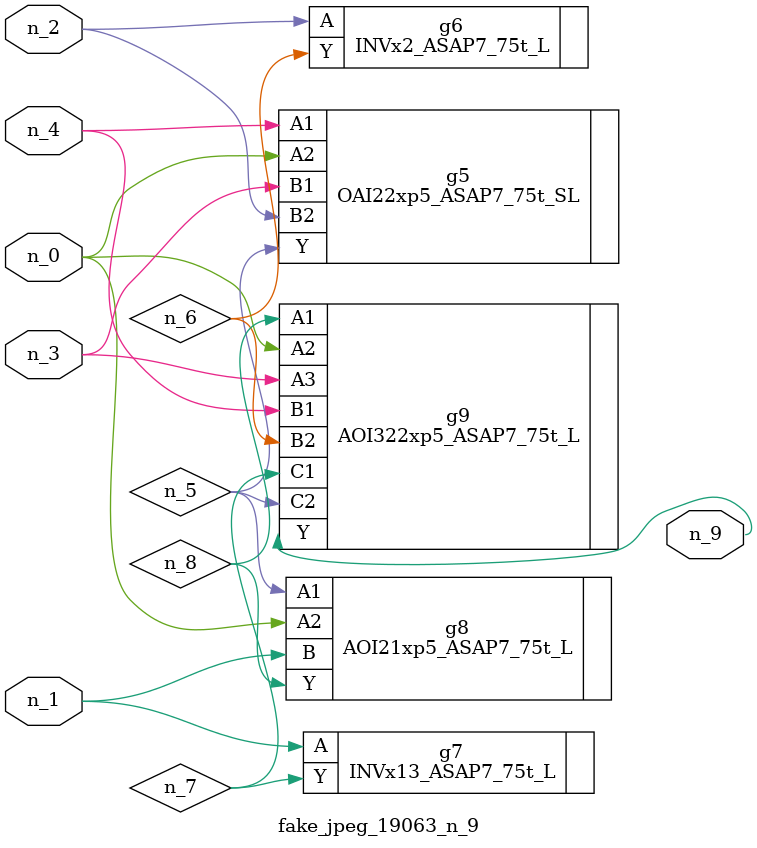
<source format=v>
module fake_jpeg_19063_n_9 (n_3, n_2, n_1, n_0, n_4, n_9);

input n_3;
input n_2;
input n_1;
input n_0;
input n_4;

output n_9;

wire n_8;
wire n_6;
wire n_5;
wire n_7;

OAI22xp5_ASAP7_75t_SL g5 ( 
.A1(n_4),
.A2(n_0),
.B1(n_3),
.B2(n_2),
.Y(n_5)
);

INVx2_ASAP7_75t_L g6 ( 
.A(n_2),
.Y(n_6)
);

INVx13_ASAP7_75t_L g7 ( 
.A(n_1),
.Y(n_7)
);

AOI21xp5_ASAP7_75t_L g8 ( 
.A1(n_5),
.A2(n_0),
.B(n_1),
.Y(n_8)
);

AOI322xp5_ASAP7_75t_L g9 ( 
.A1(n_8),
.A2(n_0),
.A3(n_3),
.B1(n_4),
.B2(n_6),
.C1(n_7),
.C2(n_5),
.Y(n_9)
);


endmodule
</source>
